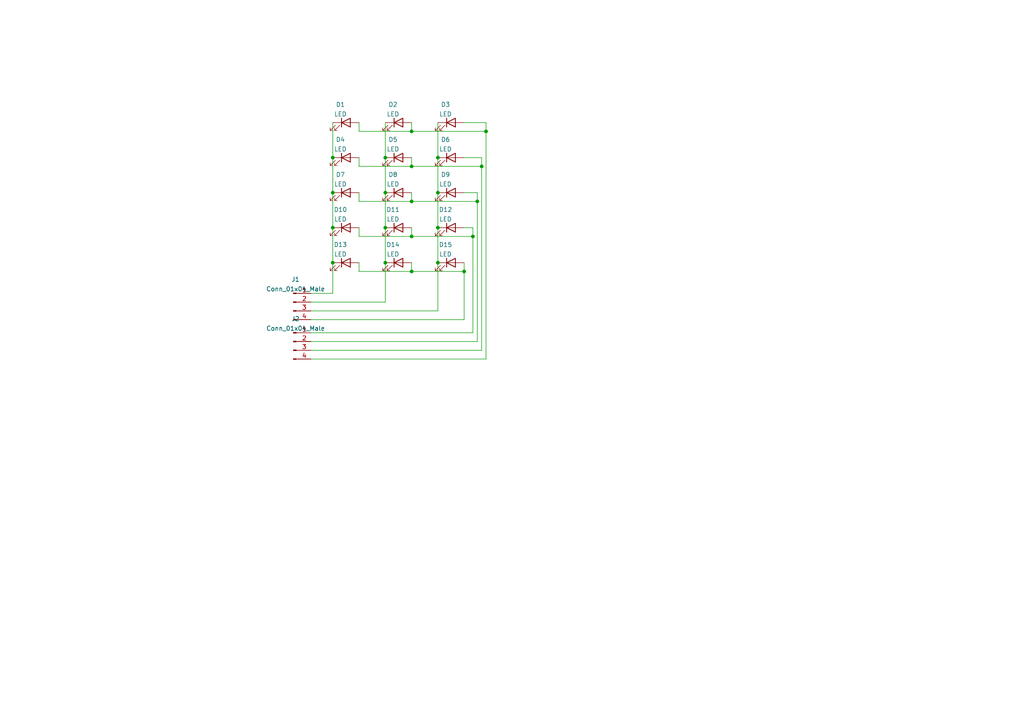
<source format=kicad_sch>
(kicad_sch (version 20211123) (generator eeschema)
  (paper "A4")
  (lib_symbols
    (symbol "Connector:Conn_01x04_Male" (pin_names (offset 1.016) hide)
      (property "Reference" "J" (at 0 5.08 0))
      (property "Value" "Conn_01x04_Male" (at 0 -7.62 0))
      (symbol "Conn_01x04_Male_1_1"
        (polyline (pts (xy 1.27 -5.08) (xy 0.8636 -5.08)) (stroke (width 0.1524)))
        (polyline (pts (xy 1.27 -2.54) (xy 0.8636 -2.54)) (stroke (width 0.1524)))
        (polyline (pts (xy 1.27 0) (xy 0.8636 0)) (stroke (width 0.1524)))
        (polyline (pts (xy 1.27 2.54) (xy 0.8636 2.54)) (stroke (width 0.1524)))
        (rectangle (start 0.8636 -4.953) (end 0 -5.207) (stroke (width 0.1524)) (fill (type outline)))
        (rectangle (start 0.8636 -2.413) (end 0 -2.667) (stroke (width 0.1524)) (fill (type outline)))
        (rectangle (start 0.8636 0.127) (end 0 -0.127) (stroke (width 0.1524)) (fill (type outline)))
        (rectangle (start 0.8636 2.667) (end 0 2.413) (stroke (width 0.1524)) (fill (type outline)))
        (pin passive line (at 5.08 2.54 180) (length 3.81) (name "Pin_1") (number "1"))
        (pin passive line (at 5.08 0 180) (length 3.81) (name "Pin_2") (number "2"))
        (pin passive line (at 5.08 -2.54 180) (length 3.81) (name "Pin_3") (number "3"))
        (pin passive line (at 5.08 -5.08 180) (length 3.81) (name "Pin_4") (number "4"))
      )
    )
    (symbol "Device:LED" (pin_numbers hide) (pin_names (offset 1.016) hide)
      (property "Reference" "D" (at 0 2.54 0))
      (property "Value" "LED" (at 0 -2.54 0))
      (symbol "LED_0_1"
        (polyline (pts (xy -1.27 -1.27) (xy -1.27 1.27)) (stroke (width 0.254)))
        (polyline (pts (xy -1.27 0) (xy 1.27 0)))
        (polyline (pts (xy 1.27 -1.27) (xy 1.27 1.27) (xy -1.27 0) (xy 1.27 -1.27)) (stroke (width 0.254)))
        (polyline (pts (xy -3.048 -0.762) (xy -4.572 -2.286) (xy -3.81 -2.286) (xy -4.572 -2.286) (xy -4.572 -1.524)))
        (polyline (pts (xy -1.778 -0.762) (xy -3.302 -2.286) (xy -2.54 -2.286) (xy -3.302 -2.286) (xy -3.302 -1.524)))
      )
      (symbol "LED_1_1"
        (pin passive line (at -3.81 0 0) (length 2.54) (name "K") (number "1"))
        (pin passive line (at 3.81 0 180) (length 2.54) (name "A") (number "2"))
      )
    )
  )
  (junction (at 127 45.72))
  (junction (at 96.52 66.04))
  (junction (at 119.38 48.26))
  (junction (at 137.16 68.58))
  (junction (at 138.43 58.42))
  (junction (at 111.76 66.04))
  (junction (at 96.52 45.72))
  (junction (at 111.76 76.2))
  (junction (at 139.7 48.26))
  (junction (at 119.38 68.58))
  (junction (at 134.62 78.74))
  (junction (at 119.38 58.42))
  (junction (at 127 66.04))
  (junction (at 119.38 38.1))
  (junction (at 96.52 76.2))
  (junction (at 96.52 55.88))
  (junction (at 111.76 45.72))
  (junction (at 119.38 78.74))
  (junction (at 127 76.2))
  (junction (at 127 55.88))
  (junction (at 111.76 55.88))
  (junction (at 140.97 38.1))
  (wire (pts (xy 96.52 35.56) (xy 96.52 45.72)))
  (wire (pts (xy 137.16 66.04) (xy 134.62 66.04)))
  (wire (pts (xy 96.52 66.04) (xy 96.52 76.2)))
  (wire (pts (xy 119.38 35.56) (xy 119.38 38.1)))
  (wire (pts (xy 90.17 99.06) (xy 138.43 99.06)))
  (wire (pts (xy 127 90.17) (xy 127 76.2)))
  (wire (pts (xy 119.38 58.42) (xy 138.43 58.42)))
  (wire (pts (xy 104.14 48.26) (xy 119.38 48.26)))
  (wire (pts (xy 111.76 35.56) (xy 111.76 45.72)))
  (wire (pts (xy 104.14 55.88) (xy 104.14 58.42)))
  (wire (pts (xy 119.38 68.58) (xy 137.16 68.58)))
  (wire (pts (xy 138.43 58.42) (xy 138.43 55.88)))
  (wire (pts (xy 104.14 58.42) (xy 119.38 58.42)))
  (wire (pts (xy 90.17 92.71) (xy 134.62 92.71)))
  (wire (pts (xy 139.7 45.72) (xy 134.62 45.72)))
  (wire (pts (xy 96.52 45.72) (xy 96.52 55.88)))
  (wire (pts (xy 104.14 78.74) (xy 119.38 78.74)))
  (wire (pts (xy 104.14 76.2) (xy 104.14 78.74)))
  (wire (pts (xy 90.17 87.63) (xy 111.76 87.63)))
  (wire (pts (xy 119.38 55.88) (xy 119.38 58.42)))
  (wire (pts (xy 90.17 101.6) (xy 139.7 101.6)))
  (wire (pts (xy 138.43 99.06) (xy 138.43 58.42)))
  (wire (pts (xy 111.76 55.88) (xy 111.76 66.04)))
  (wire (pts (xy 90.17 85.09) (xy 96.52 85.09)))
  (wire (pts (xy 104.14 35.56) (xy 104.14 38.1)))
  (wire (pts (xy 104.14 68.58) (xy 119.38 68.58)))
  (wire (pts (xy 104.14 66.04) (xy 104.14 68.58)))
  (wire (pts (xy 90.17 90.17) (xy 127 90.17)))
  (wire (pts (xy 96.52 55.88) (xy 96.52 66.04)))
  (wire (pts (xy 127 35.56) (xy 127 45.72)))
  (wire (pts (xy 140.97 35.56) (xy 134.62 35.56)))
  (wire (pts (xy 127 66.04) (xy 127 76.2)))
  (wire (pts (xy 104.14 45.72) (xy 104.14 48.26)))
  (wire (pts (xy 140.97 38.1) (xy 140.97 35.56)))
  (wire (pts (xy 111.76 87.63) (xy 111.76 76.2)))
  (wire (pts (xy 137.16 96.52) (xy 137.16 68.58)))
  (wire (pts (xy 90.17 104.14) (xy 140.97 104.14)))
  (wire (pts (xy 111.76 66.04) (xy 111.76 76.2)))
  (wire (pts (xy 134.62 78.74) (xy 134.62 76.2)))
  (wire (pts (xy 127 55.88) (xy 127 66.04)))
  (wire (pts (xy 96.52 85.09) (xy 96.52 76.2)))
  (wire (pts (xy 137.16 68.58) (xy 137.16 66.04)))
  (wire (pts (xy 134.62 92.71) (xy 134.62 78.74)))
  (wire (pts (xy 140.97 104.14) (xy 140.97 38.1)))
  (wire (pts (xy 104.14 38.1) (xy 119.38 38.1)))
  (wire (pts (xy 111.76 45.72) (xy 111.76 55.88)))
  (wire (pts (xy 138.43 55.88) (xy 134.62 55.88)))
  (wire (pts (xy 139.7 48.26) (xy 139.7 45.72)))
  (wire (pts (xy 90.17 96.52) (xy 137.16 96.52)))
  (wire (pts (xy 119.38 45.72) (xy 119.38 48.26)))
  (wire (pts (xy 139.7 101.6) (xy 139.7 48.26)))
  (wire (pts (xy 119.38 38.1) (xy 140.97 38.1)))
  (wire (pts (xy 119.38 48.26) (xy 139.7 48.26)))
  (wire (pts (xy 127 45.72) (xy 127 55.88)))
  (wire (pts (xy 119.38 76.2) (xy 119.38 78.74)))
  (wire (pts (xy 119.38 78.74) (xy 134.62 78.74)))
  (wire (pts (xy 119.38 66.04) (xy 119.38 68.58)))
  (symbol (lib_id "Device:LED") (at 100.33 76.2 0) (unit 1)
    (property "Reference" "D13" (at 98.7425 70.9635 0))
    (property "Value" "LED" (at 98.7425 73.7386 0))
    (property "Footprint" "LED_SMD:LED_0603_1608Metric_Pad1.05x0.95mm_HandSolder" (effects hide))
  )
  (symbol (lib_id "Device:LED") (at 100.33 66.04 0) (unit 1)
    (property "Reference" "D10" (at 98.7425 60.8035 0))
    (property "Value" "LED" (at 98.7425 63.5786 0))
    (property "Footprint" "LED_SMD:LED_0603_1608Metric_Pad1.05x0.95mm_HandSolder" (effects hide))
  )
  (symbol (lib_id "Device:LED") (at 130.81 55.88 0) (unit 1)
    (property "Reference" "D9" (at 129.2225 50.6435 0))
    (property "Value" "LED" (at 129.2225 53.4186 0))
    (property "Footprint" "LED_SMD:LED_0603_1608Metric_Pad1.05x0.95mm_HandSolder" (effects hide))
  )
  (symbol (lib_id "Connector:Conn_01x04_Male") (at 85.09 87.63 0) (unit 1)
    (property "Reference" "J1" (at 85.725 81.0473 0))
    (property "Value" "Conn_01x04_Male" (at 85.725 83.8224 0))
    (property "Footprint" "Connector_PinHeader_1.27mm:PinHeader_1x04_P1.27mm_Vertical" (effects hide))
  )
  (symbol (lib_id "Device:LED") (at 115.57 55.88 0) (unit 1)
    (property "Reference" "D8" (at 113.9825 50.6435 0))
    (property "Value" "LED" (at 113.9825 53.4186 0))
    (property "Footprint" "LED_SMD:LED_0603_1608Metric_Pad1.05x0.95mm_HandSolder" (effects hide))
  )
  (symbol (lib_id "Device:LED") (at 100.33 45.72 0) (unit 1)
    (property "Reference" "D4" (at 98.7425 40.4835 0))
    (property "Value" "LED" (at 98.7425 43.2586 0))
    (property "Footprint" "LED_SMD:LED_0603_1608Metric_Pad1.05x0.95mm_HandSolder" (effects hide))
  )
  (symbol (lib_id "Device:LED") (at 130.81 45.72 0) (unit 1)
    (property "Reference" "D6" (at 129.2225 40.4835 0))
    (property "Value" "LED" (at 129.2225 43.2586 0))
    (property "Footprint" "LED_SMD:LED_0603_1608Metric_Pad1.05x0.95mm_HandSolder" (effects hide))
  )
  (symbol (lib_id "Device:LED") (at 115.57 35.56 0) (unit 1)
    (property "Reference" "D2" (at 113.9825 30.3235 0))
    (property "Value" "LED" (at 113.9825 33.0986 0))
    (property "Footprint" "LED_SMD:LED_0603_1608Metric_Pad1.05x0.95mm_HandSolder" (effects hide))
  )
  (symbol (lib_id "Connector:Conn_01x04_Male") (at 85.09 99.06 0) (unit 1)
    (property "Reference" "J2" (at 85.725 92.4773 0))
    (property "Value" "Conn_01x04_Male" (at 85.725 95.2524 0))
    (property "Footprint" "Connector_PinHeader_1.27mm:PinHeader_1x04_P1.27mm_Vertical" (effects hide))
  )
  (symbol (lib_id "Device:LED") (at 130.81 76.2 0) (unit 1)
    (property "Reference" "D15" (at 129.2225 70.9635 0))
    (property "Value" "LED" (at 129.2225 73.7386 0))
    (property "Footprint" "LED_SMD:LED_0603_1608Metric_Pad1.05x0.95mm_HandSolder" (effects hide))
  )
  (symbol (lib_id "Device:LED") (at 115.57 66.04 0) (unit 1)
    (property "Reference" "D11" (at 113.9825 60.8035 0))
    (property "Value" "LED" (at 113.9825 63.5786 0))
    (property "Footprint" "LED_SMD:LED_0603_1608Metric_Pad1.05x0.95mm_HandSolder" (effects hide))
  )
  (symbol (lib_id "Device:LED") (at 100.33 35.56 0) (unit 1)
    (property "Reference" "D1" (at 98.7425 30.3235 0))
    (property "Value" "LED" (at 98.7425 33.0986 0))
    (property "Footprint" "LED_SMD:LED_0603_1608Metric_Pad1.05x0.95mm_HandSolder" (effects hide))
  )
  (symbol (lib_id "Device:LED") (at 115.57 76.2 0) (unit 1)
    (property "Reference" "D14" (at 113.9825 70.9635 0))
    (property "Value" "LED" (at 113.9825 73.7386 0))
    (property "Footprint" "LED_SMD:LED_0603_1608Metric_Pad1.05x0.95mm_HandSolder" (effects hide))
  )
  (symbol (lib_id "Device:LED") (at 100.33 55.88 0) (unit 1)
    (property "Reference" "D7" (at 98.7425 50.6435 0))
    (property "Value" "LED" (at 98.7425 53.4186 0))
    (property "Footprint" "LED_SMD:LED_0603_1608Metric_Pad1.05x0.95mm_HandSolder" (effects hide))
  )
  (symbol (lib_id "Device:LED") (at 130.81 35.56 0) (unit 1)
    (property "Reference" "D3" (at 129.2225 30.3235 0))
    (property "Value" "LED" (at 129.2225 33.0986 0))
    (property "Footprint" "LED_SMD:LED_0603_1608Metric_Pad1.05x0.95mm_HandSolder" (effects hide))
  )
  (symbol (lib_id "Device:LED") (at 115.57 45.72 0) (unit 1)
    (property "Reference" "D5" (at 113.9825 40.4835 0))
    (property "Value" "LED" (at 113.9825 43.2586 0))
    (property "Footprint" "LED_SMD:LED_0603_1608Metric_Pad1.05x0.95mm_HandSolder" (effects hide))
  )
  (symbol (lib_id "Device:LED") (at 130.81 66.04 0) (unit 1)
    (property "Reference" "D12" (at 129.2225 60.8035 0))
    (property "Value" "LED" (at 129.2225 63.5786 0))
    (property "Footprint" "LED_SMD:LED_0603_1608Metric_Pad1.05x0.95mm_HandSolder" (effects hide))
  )
)
</source>
